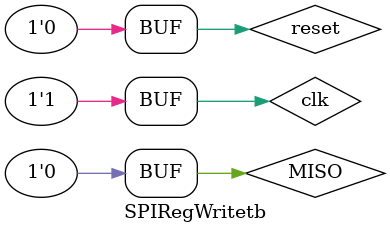
<source format=v>
`timescale 1ns/1ns

module SPIRegWritetb();

	reg clk;
	reg reset;
	reg start;
	reg [7:0] value;
	reg [5:0] setup;
	wire [55:0] buffer;
	reg rw;
	wire dataReady;
	reg [55:0] valueRecorded;
	wire MOSI, SCLK, CS;
	reg MISO;

	SPIMaster DUT1(clk, reset, start, rw, setup, value, buffer, dataReady,
							MOSI, MISO, SCLK, CS);
						
	initial begin
		reset = 1'b1;
		start = 1'b0;
		#60;
		reset = 1'b0;
		start = 1'b1;
	end
	
	initial setup = 6'h20;
	initial value = 8'b00100111;
	initial rw = 1'b0;
	initial MISO = 1'b0;
	
	always begin
		clk = 1'b0;
		#20;
		clk = 1'b1;
		#20;
	end
	
	always @(*) begin
		if(dataReady) begin
			start = 1'b0;
			setup = 6'h24;
			value = 8'b10100101;
			rw = 1'b1;
			valueRecorded = buffer;
			#1000;
			start = 1'b1;
		end
	end

endmodule 
</source>
